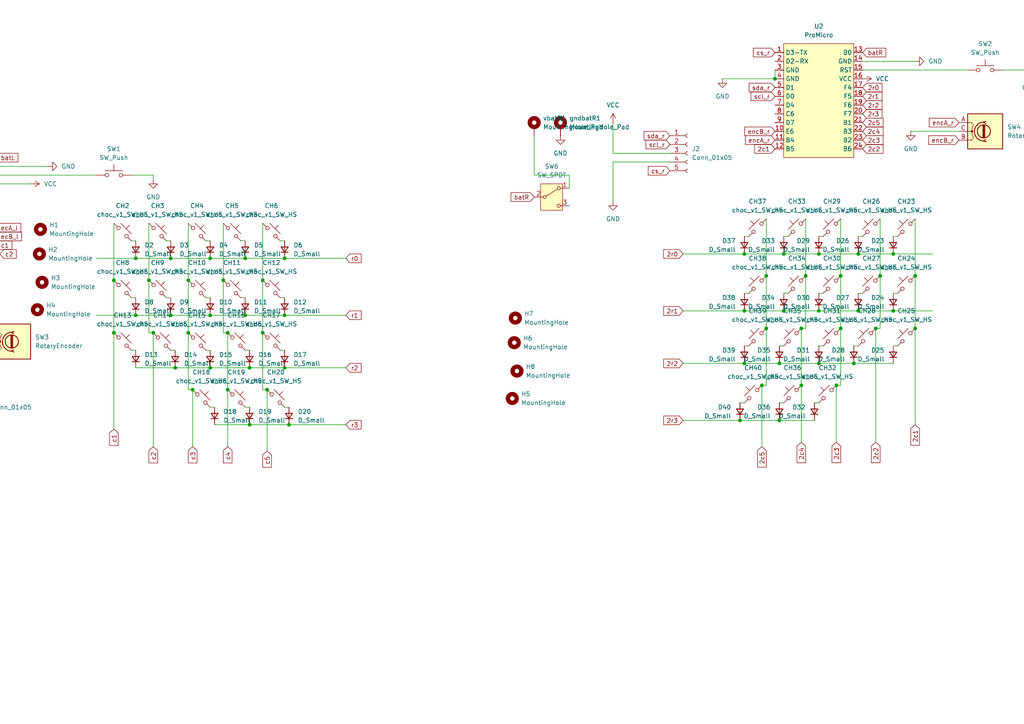
<source format=kicad_sch>
(kicad_sch (version 20231120) (generator "eeschema") (generator_version "8.0")
  (paper "A4")
  (junction (at 60.96 74.93))
  (junction (at 72.39 106.68))
  (junction (at 265.43 95.25))
  (junction (at 248.92 90.17))
  (junction (at 232.41 111.76))
  (junction (at 215.9 73.66))
  (junction (at 49.53 74.93))
  (junction (at 49.53 91.44))
  (junction (at 33.02 96.52))
  (junction (at 77.47 113.03))
  (junction (at 82.55 74.93))
  (junction (at 237.49 73.66))
  (junction (at 237.49 90.17))
  (junction (at -26.67 53.34))
  (junction (at 259.08 90.17))
  (junction (at 43.18 81.28))
  (junction (at 50.8 106.68))
  (junction (at 243.84 95.25))
  (junction (at 237.49 105.41))
  (junction (at 227.33 73.66))
  (junction (at 66.04 96.52))
  (junction (at 82.55 106.68))
  (junction (at 254 95.25))
  (junction (at 76.2 96.52))
  (junction (at 54.61 96.52))
  (junction (at 54.61 81.28))
  (junction (at 248.92 73.66))
  (junction (at 82.55 91.44))
  (junction (at 222.25 80.01))
  (junction (at 224.79 22.86))
  (junction (at 247.65 105.41))
  (junction (at 60.96 106.68))
  (junction (at 83.82 123.19))
  (junction (at 227.33 90.17))
  (junction (at 226.06 121.92))
  (junction (at 66.04 113.03))
  (junction (at 259.08 73.66))
  (junction (at 232.41 95.25))
  (junction (at 71.12 74.93))
  (junction (at 44.45 96.52))
  (junction (at 243.84 80.01))
  (junction (at 214.63 121.92))
  (junction (at 215.9 90.17))
  (junction (at 39.37 91.44))
  (junction (at 60.96 91.44))
  (junction (at 233.68 80.01))
  (junction (at 39.37 74.93))
  (junction (at 33.02 81.28))
  (junction (at 72.39 123.19))
  (junction (at 55.88 113.03))
  (junction (at 255.27 80.01))
  (junction (at 242.57 111.76))
  (junction (at 76.2 81.28))
  (junction (at 215.9 105.41))
  (junction (at 226.06 105.41))
  (junction (at 220.98 111.76))
  (junction (at 265.43 80.01))
  (junction (at 64.77 81.28))
  (junction (at 71.12 91.44))
  (junction (at 222.25 95.25))
  (wire (pts (xy 81.28 69.85) (xy 82.55 69.85)))
  (wire (pts (xy 250.19 68.58) (xy 248.92 68.58)))
  (wire (pts (xy 165.1 50.8) (xy 165.1 54.61)))
  (wire (pts (xy 260.35 68.58) (xy 259.08 68.58)))
  (wire (pts (xy 76.2 64.77) (xy 76.2 81.28)))
  (wire (pts (xy 43.18 81.28) (xy 43.18 96.52)))
  (wire (pts (xy 237.49 105.41) (xy 226.06 105.41)))
  (wire (pts (xy 44.45 96.52) (xy 44.45 129.54)))
  (wire (pts (xy 77.47 113.03) (xy 77.47 130.81)))
  (wire (pts (xy 66.04 96.52) (xy 66.04 113.03)))
  (wire (pts (xy 242.57 111.76) (xy 242.57 128.27)))
  (wire (pts (xy 233.68 63.5) (xy 233.68 80.01)))
  (wire (pts (xy 264.16 38.1) (xy 278.13 38.1)))
  (wire (pts (xy 82.55 91.44) (xy 100.33 91.44)))
  (wire (pts (xy 238.76 100.33) (xy 237.49 100.33)))
  (wire (pts (xy 81.28 86.36) (xy 82.55 86.36)))
  (wire (pts (xy 39.37 74.93) (xy 49.53 74.93)))
  (wire (pts (xy 38.1 86.36) (xy 39.37 86.36)))
  (wire (pts (xy 226.06 105.41) (xy 215.9 105.41)))
  (wire (pts (xy 265.43 63.5) (xy 265.43 80.01)))
  (wire (pts (xy 232.41 111.76) (xy 232.41 128.27)))
  (wire (pts (xy 217.17 100.33) (xy 215.9 100.33)))
  (wire (pts (xy 48.26 69.85) (xy 49.53 69.85)))
  (wire (pts (xy 43.18 96.52) (xy 44.45 96.52)))
  (wire (pts (xy 227.33 100.33) (xy 226.06 100.33)))
  (wire (pts (xy 215.9 90.17) (xy 198.12 90.17)))
  (wire (pts (xy 270.51 90.17) (xy 259.08 90.17)))
  (wire (pts (xy 259.08 105.41) (xy 247.65 105.41)))
  (wire (pts (xy 224.79 20.32) (xy 224.79 22.86)))
  (wire (pts (xy 222.25 80.01) (xy 222.25 95.25)))
  (wire (pts (xy 62.23 123.19) (xy 72.39 123.19)))
  (wire (pts (xy 33.02 64.77) (xy 33.02 81.28)))
  (wire (pts (xy 250.19 20.32) (xy 280.67 20.32)))
  (wire (pts (xy -29.21 119.38) (xy -29.21 124.46)))
  (wire (pts (xy 60.96 118.11) (xy 62.23 118.11)))
  (wire (pts (xy 243.84 111.76) (xy 242.57 111.76)))
  (wire (pts (xy 237.49 116.84) (xy 236.22 116.84)))
  (wire (pts (xy -8.89 116.84) (xy -29.21 116.84)))
  (wire (pts (xy 72.39 123.19) (xy 83.82 123.19)))
  (wire (pts (xy -8.89 119.38) (xy -29.21 119.38)))
  (wire (pts (xy 237.49 90.17) (xy 227.33 90.17)))
  (wire (pts (xy 232.41 95.25) (xy 232.41 111.76)))
  (wire (pts (xy 76.2 113.03) (xy 77.47 113.03)))
  (wire (pts (xy 33.02 81.28) (xy 33.02 96.52)))
  (wire (pts (xy 64.77 81.28) (xy 64.77 96.52)))
  (wire (pts (xy 76.2 81.28) (xy 76.2 96.52)))
  (wire (pts (xy 69.85 86.36) (xy 71.12 86.36)))
  (wire (pts (xy 81.28 101.6) (xy 82.55 101.6)))
  (wire (pts (xy -29.21 114.3) (xy -29.21 116.84)))
  (wire (pts (xy 254 95.25) (xy 254 128.27)))
  (wire (pts (xy 255.27 63.5) (xy 255.27 80.01)))
  (wire (pts (xy 59.69 86.36) (xy 60.96 86.36)))
  (wire (pts (xy 27.94 74.93) (xy 39.37 74.93)))
  (wire (pts (xy 255.27 95.25) (xy 254 95.25)))
  (wire (pts (xy 222.25 95.25) (xy 222.25 111.76)))
  (wire (pts (xy -36.83 93.98) (xy -44.45 93.98)))
  (wire (pts (xy 48.26 86.36) (xy 49.53 86.36)))
  (wire (pts (xy 250.19 85.09) (xy 248.92 85.09)))
  (wire (pts (xy 177.8 35.56) (xy 177.8 44.45)))
  (wire (pts (xy 54.61 96.52) (xy 54.61 113.03)))
  (wire (pts (xy 222.25 63.5) (xy 222.25 80.01)))
  (wire (pts (xy 265.43 95.25) (xy 265.43 123.19)))
  (wire (pts (xy 209.55 22.86) (xy 224.79 22.86)))
  (wire (pts (xy 215.9 116.84) (xy 214.63 116.84)))
  (wire (pts (xy 248.92 90.17) (xy 237.49 90.17)))
  (wire (pts (xy -1.27 48.26) (xy 13.97 48.26)))
  (wire (pts (xy 237.49 73.66) (xy 227.33 73.66)))
  (wire (pts (xy -26.67 50.8) (xy -26.67 53.34)))
  (wire (pts (xy 222.25 111.76) (xy 220.98 111.76)))
  (wire (pts (xy 38.1 101.6) (xy 39.37 101.6)))
  (wire (pts (xy 154.94 50.8) (xy 165.1 50.8)))
  (wire (pts (xy 248.92 73.66) (xy 237.49 73.66)))
  (wire (pts (xy 290.83 20.32) (xy 298.45 20.32)))
  (wire (pts (xy 43.18 64.77) (xy 43.18 81.28)))
  (wire (pts (xy -44.45 93.98) (xy -44.45 83.82)))
  (wire (pts (xy 54.61 64.77) (xy 54.61 81.28)))
  (wire (pts (xy 248.92 100.33) (xy 247.65 100.33)))
  (wire (pts (xy 228.6 68.58) (xy 227.33 68.58)))
  (wire (pts (xy 33.02 96.52) (xy 33.02 124.46)))
  (wire (pts (xy 82.55 118.11) (xy 83.82 118.11)))
  (wire (pts (xy 71.12 91.44) (xy 82.55 91.44)))
  (wire (pts (xy 50.8 106.68) (xy 60.96 106.68)))
  (wire (pts (xy -1.27 50.8) (xy 27.94 50.8)))
  (wire (pts (xy 49.53 74.93) (xy 60.96 74.93)))
  (wire (pts (xy 255.27 80.01) (xy 255.27 95.25)))
  (wire (pts (xy 243.84 63.5) (xy 243.84 80.01)))
  (wire (pts (xy 259.08 73.66) (xy 248.92 73.66)))
  (wire (pts (xy 38.1 69.85) (xy 39.37 69.85)))
  (wire (pts (xy 260.35 100.33) (xy 259.08 100.33)))
  (wire (pts (xy 76.2 96.52) (xy 76.2 113.03)))
  (wire (pts (xy 71.12 101.6) (xy 72.39 101.6)))
  (wire (pts (xy 265.43 80.01) (xy 265.43 95.25)))
  (wire (pts (xy 64.77 64.77) (xy 64.77 81.28)))
  (wire (pts (xy 66.04 113.03) (xy 66.04 129.54)))
  (wire (pts (xy 60.96 74.93) (xy 71.12 74.93)))
  (wire (pts (xy 71.12 74.93) (xy 82.55 74.93)))
  (wire (pts (xy 54.61 81.28) (xy 54.61 96.52)))
  (wire (pts (xy 220.98 111.76) (xy 220.98 129.54)))
  (wire (pts (xy 83.82 123.19) (xy 100.33 123.19)))
  (wire (pts (xy 227.33 73.66) (xy 215.9 73.66)))
  (wire (pts (xy 82.55 74.93) (xy 100.33 74.93)))
  (wire (pts (xy 194.31 44.45) (xy 177.8 44.45)))
  (wire (pts (xy 59.69 101.6) (xy 60.96 101.6)))
  (wire (pts (xy 38.1 50.8) (xy 44.45 50.8)))
  (wire (pts (xy 243.84 80.01) (xy 243.84 95.25)))
  (wire (pts (xy 39.37 106.68) (xy 50.8 106.68)))
  (wire (pts (xy 236.22 121.92) (xy 226.06 121.92)))
  (wire (pts (xy 247.65 105.41) (xy 237.49 105.41)))
  (wire (pts (xy 55.88 113.03) (xy 55.88 129.54)))
  (wire (pts (xy 233.68 95.25) (xy 232.41 95.25)))
  (wire (pts (xy -36.83 99.06) (xy -36.83 93.98)))
  (wire (pts (xy 243.84 95.25) (xy 243.84 111.76)))
  (wire (pts (xy 227.33 116.84) (xy 226.06 116.84)))
  (wire (pts (xy 233.68 80.01) (xy 233.68 95.25)))
  (wire (pts (xy 64.77 96.52) (xy 66.04 96.52)))
  (wire (pts (xy 69.85 69.85) (xy 71.12 69.85)))
  (wire (pts (xy 214.63 121.92) (xy 198.12 121.92)))
  (wire (pts (xy 44.45 50.8) (xy 44.45 52.07)))
  (wire (pts (xy 238.76 85.09) (xy 237.49 85.09)))
  (wire (pts (xy 82.55 106.68) (xy 100.33 106.68)))
  (wire (pts (xy 270.51 73.66) (xy 259.08 73.66)))
  (wire (pts (xy 215.9 73.66) (xy 198.12 73.66)))
  (wire (pts (xy 217.17 68.58) (xy 215.9 68.58)))
  (wire (pts (xy 226.06 121.92) (xy 214.63 121.92)))
  (wire (pts (xy 228.6 85.09) (xy 227.33 85.09)))
  (wire (pts (xy 27.94 91.44) (xy 39.37 91.44)))
  (wire (pts (xy 217.17 85.09) (xy 215.9 85.09)))
  (wire (pts (xy 49.53 101.6) (xy 50.8 101.6)))
  (wire (pts (xy -48.26 53.34) (xy -26.67 53.34)))
  (wire (pts (xy 72.39 106.68) (xy 82.55 106.68)))
  (wire (pts (xy -3.81 99.06) (xy -22.86 99.06)))
  (wire (pts (xy 59.69 69.85) (xy 60.96 69.85)))
  (wire (pts (xy -1.27 53.34) (xy 8.89 53.34)))
  (wire (pts (xy 154.94 39.37) (xy 154.94 50.8)))
  (wire (pts (xy 39.37 91.44) (xy 49.53 91.44)))
  (wire (pts (xy 49.53 91.44) (xy 60.96 91.44)))
  (wire (pts (xy 215.9 105.41) (xy 198.12 105.41)))
  (wire (pts (xy -22.86 99.06) (xy -22.86 100.33)))
  (wire (pts (xy 60.96 106.68) (xy 72.39 106.68)))
  (wire (pts (xy 71.12 118.11) (xy 72.39 118.11)))
  (wire (pts (xy 260.35 85.09) (xy 259.08 85.09)))
  (wire (pts (xy -1.27 73.66) (xy 0 73.66)))
  (wire (pts (xy 177.8 46.99) (xy 177.8 58.42)))
  (wire (pts (xy 227.33 90.17) (xy 215.9 90.17)))
  (wire (pts (xy 250.19 17.78) (xy 265.43 17.78)))
  (wire (pts (xy 194.31 46.99) (xy 177.8 46.99)))
  (wire (pts (xy 238.76 68.58) (xy 237.49 68.58)))
  (wire (pts (xy 60.96 91.44) (xy 71.12 91.44)))
  (wire (pts (xy 54.61 113.03) (xy 55.88 113.03)))
  (wire (pts (xy 259.08 90.17) (xy 248.92 90.17)))
  (global_label "c5" (shape input) (at -26.67 68.58 180) (property "Intersheetrefs" "${INTERSHEET_REFS}" (effects (hide yes))))
  (global_label "c1" (shape input) (at -1.27 71.12 0) (property "Intersheetrefs" "${INTERSHEET_REFS}" (effects (hide yes))))
  (global_label "2r2" (shape input) (at 198.12 105.41 180) (property "Intersheetrefs" "${INTERSHEET_REFS}" (effects (hide yes))))
  (global_label "2r1" (shape input) (at 198.12 90.17 180) (property "Intersheetrefs" "${INTERSHEET_REFS}" (effects (hide yes))))
  (global_label "encA_r" (shape input) (at 224.79 40.64 180) (property "Intersheetrefs" "${INTERSHEET_REFS}" (effects (hide yes))))
  (global_label "encA_r" (shape input) (at 278.13 35.56 180) (property "Intersheetrefs" "${INTERSHEET_REFS}" (effects (hide yes))))
  (global_label "scl_r" (shape input) (at 194.31 41.91 180) (property "Intersheetrefs" "${INTERSHEET_REFS}" (effects (hide yes))))
  (global_label "2r1" (shape input) (at 250.19 27.94 0) (property "Intersheetrefs" "${INTERSHEET_REFS}" (effects (hide yes))))
  (global_label "2r0" (shape input) (at 250.19 25.4 0) (property "Intersheetrefs" "${INTERSHEET_REFS}" (effects (hide yes))))
  (global_label "2c5" (shape input) (at 250.19 35.56 0) (property "Intersheetrefs" "${INTERSHEET_REFS}" (effects (hide yes))))
  (global_label "cs_r" (shape input) (at 194.31 49.53 180) (property "Intersheetrefs" "${INTERSHEET_REFS}" (effects (hide yes))))
  (global_label "2r2" (shape input) (at 250.19 30.48 0) (property "Intersheetrefs" "${INTERSHEET_REFS}" (effects (hide yes))))
  (global_label "2r0" (shape input) (at 198.12 73.66 180) (property "Intersheetrefs" "${INTERSHEET_REFS}" (effects (hide yes))))
  (global_label "2c4" (shape input) (at 250.19 38.1 0) (property "Intersheetrefs" "${INTERSHEET_REFS}" (effects (hide yes))))
  (global_label "2c5" (shape input) (at 220.98 129.54 270) (property "Intersheetrefs" "${INTERSHEET_REFS}" (effects (hide yes))))
  (global_label "ecB_l" (shape input) (at -1.27 68.58 0) (property "Intersheetrefs" "${INTERSHEET_REFS}" (effects (hide yes))))
  (global_label "2c2" (shape input) (at 250.19 43.18 0) (property "Intersheetrefs" "${INTERSHEET_REFS}" (effects (hide yes))))
  (global_label "r1" (shape input) (at -26.67 60.96 180) (property "Intersheetrefs" "${INTERSHEET_REFS}" (effects (hide yes))))
  (global_label "c5" (shape input) (at 77.47 130.81 270) (property "Intersheetrefs" "${INTERSHEET_REFS}" (effects (hide yes))))
  (global_label "r1" (shape input) (at 100.33 91.44 0) (property "Intersheetrefs" "${INTERSHEET_REFS}" (effects (hide yes))))
  (global_label "scl_l" (shape input) (at -8.89 114.3 180) (property "Intersheetrefs" "${INTERSHEET_REFS}" (effects (hide yes))))
  (global_label "batR" (shape input) (at 250.19 15.24 0) (property "Intersheetrefs" "${INTERSHEET_REFS}" (effects (hide yes))))
  (global_label "c4" (shape input) (at -26.67 71.12 180) (property "Intersheetrefs" "${INTERSHEET_REFS}" (effects (hide yes))))
  (global_label "scl_l" (shape input) (at -26.67 58.42 180) (property "Intersheetrefs" "${INTERSHEET_REFS}" (effects (hide yes))))
  (global_label "2c1" (shape input) (at 265.43 123.19 270) (property "Intersheetrefs" "${INTERSHEET_REFS}" (effects (hide yes))))
  (global_label "c2" (shape input) (at 44.45 129.54 270) (property "Intersheetrefs" "${INTERSHEET_REFS}" (effects (hide yes))))
  (global_label "c1" (shape input) (at 33.02 124.46 270) (property "Intersheetrefs" "${INTERSHEET_REFS}" (effects (hide yes))))
  (global_label "2c4" (shape input) (at 232.41 128.27 270) (property "Intersheetrefs" "${INTERSHEET_REFS}" (effects (hide yes))))
  (global_label "c3" (shape input) (at 55.88 129.54 270) (property "Intersheetrefs" "${INTERSHEET_REFS}" (effects (hide yes))))
  (global_label "cs_l" (shape input) (at -26.67 45.72 180) (property "Intersheetrefs" "${INTERSHEET_REFS}" (effects (hide yes))))
  (global_label "2c3" (shape input) (at 242.57 128.27 270) (property "Intersheetrefs" "${INTERSHEET_REFS}" (effects (hide yes))))
  (global_label "c4" (shape input) (at 66.04 129.54 270) (property "Intersheetrefs" "${INTERSHEET_REFS}" (effects (hide yes))))
  (global_label "c3" (shape input) (at -26.67 73.66 180) (property "Intersheetrefs" "${INTERSHEET_REFS}" (effects (hide yes))))
  (global_label "c2" (shape input) (at 0 73.66 0) (property "Intersheetrefs" "${INTERSHEET_REFS}" (effects (hide yes))))
  (global_label "scl_r" (shape input) (at 224.79 27.94 180) (property "Intersheetrefs" "${INTERSHEET_REFS}" (effects (hide yes))))
  (global_label "r0" (shape input) (at -26.67 48.26 180) (property "Intersheetrefs" "${INTERSHEET_REFS}" (effects (hide yes))))
  (global_label "batR" (shape input) (at 154.94 57.15 180) (property "Intersheetrefs" "${INTERSHEET_REFS}" (effects (hide yes))))
  (global_label "r0" (shape input) (at 100.33 74.93 0) (property "Intersheetrefs" "${INTERSHEET_REFS}" (effects (hide yes))))
  (global_label "2c2" (shape input) (at 254 128.27 270) (property "Intersheetrefs" "${INTERSHEET_REFS}" (effects (hide yes))))
  (global_label "2r3" (shape input) (at 250.19 33.02 0) (property "Intersheetrefs" "${INTERSHEET_REFS}" (effects (hide yes))))
  (global_label "encB_r" (shape input) (at 224.79 38.1 180) (property "Intersheetrefs" "${INTERSHEET_REFS}" (effects (hide yes))))
  (global_label "encB_r" (shape input) (at 278.13 40.64 180) (property "Intersheetrefs" "${INTERSHEET_REFS}" (effects (hide yes))))
  (global_label "sda_l" (shape input) (at -8.89 111.76 180) (property "Intersheetrefs" "${INTERSHEET_REFS}" (effects (hide yes))))
  (global_label "batL" (shape input) (at -1.27 45.72 0) (property "Intersheetrefs" "${INTERSHEET_REFS}" (effects (hide yes))))
  (global_label "2c3" (shape input) (at 250.19 40.64 0) (property "Intersheetrefs" "${INTERSHEET_REFS}" (effects (hide yes))))
  (global_label "ecA_l" (shape input) (at -3.81 96.52 180) (property "Intersheetrefs" "${INTERSHEET_REFS}" (effects (hide yes))))
  (global_label "ecB_l" (shape input) (at -3.81 101.6 180) (property "Intersheetrefs" "${INTERSHEET_REFS}" (effects (hide yes))))
  (global_label "2r3" (shape input) (at 198.12 121.92 180) (property "Intersheetrefs" "${INTERSHEET_REFS}" (effects (hide yes))))
  (global_label "sda_r" (shape input) (at 224.79 25.4 180) (property "Intersheetrefs" "${INTERSHEET_REFS}" (effects (hide yes))))
  (global_label "r2" (shape input) (at 100.33 106.68 0) (property "Intersheetrefs" "${INTERSHEET_REFS}" (effects (hide yes))))
  (global_label "sda_r" (shape input) (at 194.31 39.37 180) (property "Intersheetrefs" "${INTERSHEET_REFS}" (effects (hide yes))))
  (global_label "2c1" (shape input) (at 224.79 43.18 180) (property "Intersheetrefs" "${INTERSHEET_REFS}" (effects (hide yes))))
  (global_label "r2" (shape input) (at -26.67 63.5 180) (property "Intersheetrefs" "${INTERSHEET_REFS}" (effects (hide yes))))
  (global_label "r3" (shape input) (at 100.33 123.19 0) (property "Intersheetrefs" "${INTERSHEET_REFS}" (effects (hide yes))))
  (global_label "ecA_l" (shape input) (at -1.27 66.04 0) (property "Intersheetrefs" "${INTERSHEET_REFS}" (effects (hide yes))))
  (global_label "sda_l" (shape input) (at -26.67 55.88 180) (property "Intersheetrefs" "${INTERSHEET_REFS}" (effects (hide yes))))
  (global_label "r3" (shape input) (at -26.67 66.04 180) (property "Intersheetrefs" "${INTERSHEET_REFS}" (effects (hide yes))))
  (global_label "batL" (shape input) (at -46.99 101.6 180) (property "Intersheetrefs" "${INTERSHEET_REFS}" (effects (hide yes))))
  (global_label "cs_l" (shape input) (at -8.89 121.92 180) (property "Intersheetrefs" "${INTERSHEET_REFS}" (effects (hide yes))))
  (global_label "cs_r" (shape input) (at 224.79 15.24 180) (property "Intersheetrefs" "${INTERSHEET_REFS}" (effects (hide yes))))
  (symbol (lib_id "PCM_marbastlib-choc:choc_v1_SW_HS_CPG135001S30") (at 240.03 114.3 0) (mirror y) (unit 1)
    (property "Reference" "CH32" (at 240.03 106.68 0))
    (property "Value" "choc_v1_SW_HS" (at 240.03 109.22 0))
    (property "Footprint" "PCM_marbastlib-choc:SW_choc_v1_HS_CPG135001S30_1u" (effects (hide yes)))
    (property "Description" "Push button switch, normally open, two pins, 45° tilted" (effects (hide yes)))
  )
  (symbol (lib_id "power:GND") (at -22.86 100.33 0) (unit 1)
    (property "Reference" "#PWR012" (effects (hide yes)))
    (property "Value" "GND" (at -22.86 106.68 0))
    (property "Description" "Power symbol creates a global label with name \"GND\" , ground" (effects (hide yes)))
  )
  (symbol (lib_id "Switch:SW_Push") (at 285.75 20.32 0) (unit 1)
    (property "Reference" "SW2" (at 285.75 12.7 0))
    (property "Value" "SW_Push" (at 285.75 15.24 0))
    (property "Footprint" "Button_Switch_SMD:SW_SPST_SKQG_WithoutStem" (effects (hide yes)))
    (property "Description" "Push button switch, generic, two pins" (effects (hide yes)))
  )
  (symbol (lib_id "Mechanical:MountingHole") (at 149.4753 92.2589 0) (unit 1) (exclude_from_sim yes) (in_bom no)
    (property "Reference" "H7" (at 152.0153 90.9888 0) (effects (justify left)))
    (property "Value" "MountingHole" (at 152.0153 93.5288 0) (effects (justify left)))
    (property "Footprint" "MountingHole:MountingHole_2.2mm_M2_DIN965_Pad_TopBottom" (effects (hide yes)))
    (property "Description" "Mounting Hole without connection" (effects (hide yes)))
  )
  (symbol (lib_id "PCM_marbastlib-choc:choc_v1_SW_HS_CPG135001S30") (at 252.73 66.04 0) (mirror y) (unit 1)
    (property "Reference" "CH26" (at 252.73 58.42 0))
    (property "Value" "choc_v1_SW_HS" (at 252.73 60.96 0))
    (property "Footprint" "PCM_marbastlib-choc:SW_choc_v1_HS_CPG135001S30_1u" (effects (hide yes)))
    (property "Description" "Push button switch, normally open, two pins, 45° tilted" (effects (hide yes)))
  )
  (symbol (lib_id "power:GND") (at 209.55 22.86 0) (unit 1)
    (property "Reference" "#PWR08" (effects (hide yes)))
    (property "Value" "GND" (at 209.55 27.94 0))
    (property "Description" "Power symbol creates a global label with name \"GND\" , ground" (effects (hide yes)))
  )
  (symbol (lib_id "Mechanical:MountingHole") (at 149.1712 99.3917 0) (unit 1) (exclude_from_sim yes) (in_bom no)
    (property "Reference" "H6" (at 151.7112 98.1216 0) (effects (justify left)))
    (property "Value" "MountingHole" (at 151.7112 100.6616 0) (effects (justify left)))
    (property "Footprint" "MountingHole:MountingHole_2.2mm_M2_DIN965_Pad_TopBottom" (effects (hide yes)))
    (property "Description" "Mounting Hole without connection" (effects (hide yes)))
  )
  (symbol (lib_id "Device:D_Small") (at 247.65 102.87 270) (mirror x) (unit 1)
    (property "Reference" "D28" (at 245.11 101.5999 90) (effects (justify right)))
    (property "Value" "D_Small" (at 245.11 104.1399 90) (effects (justify right)))
    (property "Footprint" "Diode_SMD:D_SOD-123" (effects (hide yes)))
    (property "Description" "Diode, small symbol" (effects (hide yes)))
    (property "Sim.Device" "D" (effects (hide yes)))
    (property "Sim.Pins" "1=K 2=A" (effects (hide yes)))
  )
  (symbol (lib_id "Device:D_Small") (at 226.06 119.38 270) (mirror x) (unit 1)
    (property "Reference" "D36" (at 223.52 118.1099 90) (effects (justify right)))
    (property "Value" "D_Small" (at 223.52 120.6499 90) (effects (justify right)))
    (property "Footprint" "Diode_SMD:D_SOD-123" (effects (hide yes)))
    (property "Description" "Diode, small symbol" (effects (hide yes)))
    (property "Sim.Device" "D" (effects (hide yes)))
    (property "Sim.Pins" "1=K 2=A" (effects (hide yes)))
  )
  (symbol (lib_id "Mechanical:MountingHole") (at 12.205 81.8945 0) (unit 1) (exclude_from_sim yes) (in_bom no)
    (property "Reference" "H3" (at 14.745 80.6244 0) (effects (justify left)))
    (property "Value" "MountingHole" (at 14.745 83.1644 0) (effects (justify left)))
    (property "Footprint" "MountingHole:MountingHole_2.2mm_M2_DIN965_Pad_TopBottom" (effects (hide yes)))
    (property "Description" "Mounting Hole without connection" (effects (hide yes)))
  )
  (symbol (lib_id "power:GND") (at -29.21 124.46 0) (unit 1)
    (property "Reference" "#PWR07" (effects (hide yes)))
    (property "Value" "GND" (at -29.21 129.54 0))
    (property "Description" "Power symbol creates a global label with name \"GND\" , ground" (effects (hide yes)))
  )
  (symbol (lib_id "Device:D_Small") (at 259.08 87.63 270) (mirror x) (unit 1)
    (property "Reference" "D24" (at 256.54 86.3599 90) (effects (justify right)))
    (property "Value" "D_Small" (at 256.54 88.8999 90) (effects (justify right)))
    (property "Footprint" "Diode_SMD:D_SOD-123" (effects (hide yes)))
    (property "Description" "Diode, small symbol" (effects (hide yes)))
    (property "Sim.Device" "D" (effects (hide yes)))
    (property "Sim.Pins" "1=K 2=A" (effects (hide yes)))
  )
  (symbol (lib_id "Switch:SW_SPDT") (at 160.02 57.15 0) (unit 1)
    (property "Reference" "SW6" (at 160.02 48.26 0))
    (property "Value" "SW_SPDT" (at 160.02 50.8 0))
    (property "Footprint" "PCM_marbastlib-various:SW_MSK12C02-HB" (effects (hide yes)))
    (property "Description" "Switch, single pole double throw" (effects (hide yes)))
  )
  (symbol (lib_id "PCM_marbastlib-choc:choc_v1_SW_HS_CPG135001S30") (at 241.3 82.55 0) (mirror y) (unit 1)
    (property "Reference" "CH30" (at 241.3 74.93 0))
    (property "Value" "choc_v1_SW_HS" (at 241.3 77.47 0))
    (property "Footprint" "PCM_marbastlib-choc:SW_choc_v1_HS_CPG135001S30_1u" (effects (hide yes)))
    (property "Description" "Push button switch, normally open, two pins, 45° tilted" (effects (hide yes)))
  )
  (symbol (lib_id "Device:D_Small") (at 60.96 88.9 90) (unit 1)
    (property "Reference" "D10" (at 63.5 87.6299 90) (effects (justify right)))
    (property "Value" "D_Small" (at 63.5 90.1699 90) (effects (justify right)))
    (property "Footprint" "Diode_SMD:D_SOD-123" (effects (hide yes)))
    (property "Description" "Diode, small symbol" (effects (hide yes)))
    (property "Sim.Device" "D" (effects (hide yes)))
    (property "Sim.Pins" "1=K 2=A" (effects (hide yes)))
  )
  (symbol (lib_id "Mechanical:MountingHole_Pad") (at 162.56 36.83 0) (unit 1) (exclude_from_sim yes) (in_bom no)
    (property "Reference" "gndbatR1" (at 165.1 34.2899 0) (effects (justify left)))
    (property "Value" "MountingHole_Pad" (at 165.1 36.8299 0) (effects (justify left)))
    (property "Footprint" "flower:BatteryPad2" (effects (hide yes)))
    (property "Description" "Mounting Hole with connection" (effects (hide yes)))
  )
  (symbol (lib_id "PCM_marbastlib-choc:choc_v1_SW_HS_CPG135001S30") (at 231.14 82.55 0) (mirror y) (unit 1)
    (property "Reference" "CH34" (at 231.14 74.93 0))
    (property "Value" "choc_v1_SW_HS" (at 231.14 77.47 0))
    (property "Footprint" "PCM_marbastlib-choc:SW_choc_v1_HS_CPG135001S30_1u" (effects (hide yes)))
    (property "Description" "Push button switch, normally open, two pins, 45° tilted" (effects (hide yes)))
  )
  (symbol (lib_id "PCM_marbastlib-choc:choc_v1_SW_HS_CPG135001S30") (at 219.71 82.55 0) (mirror y) (unit 1)
    (property "Reference" "CH38" (at 219.71 74.93 0))
    (property "Value" "choc_v1_SW_HS" (at 219.71 77.47 0))
    (property "Footprint" "PCM_marbastlib-choc:SW_choc_v1_HS_CPG135001S30_1u" (effects (hide yes)))
    (property "Description" "Push button switch, normally open, two pins, 45° tilted" (effects (hide yes)))
  )
  (symbol (lib_id "Device:D_Small") (at 82.55 104.14 90) (unit 1)
    (property "Reference" "D17" (at 85.09 102.8699 90) (effects (justify right)))
    (property "Value" "D_Small" (at 85.09 105.4099 90) (effects (justify right)))
    (property "Footprint" "Diode_SMD:D_SOD-123" (effects (hide yes)))
    (property "Description" "Diode, small symbol" (effects (hide yes)))
    (property "Sim.Device" "D" (effects (hide yes)))
    (property "Sim.Pins" "1=K 2=A" (effects (hide yes)))
  )
  (symbol (lib_id "Device:D_Small") (at 72.39 104.14 90) (unit 1)
    (property "Reference" "D16" (at 74.93 102.8699 90) (effects (justify right)))
    (property "Value" "D_Small" (at 74.93 105.4099 90) (effects (justify right)))
    (property "Footprint" "Diode_SMD:D_SOD-123" (effects (hide yes)))
    (property "Description" "Diode, small symbol" (effects (hide yes)))
    (property "Sim.Device" "D" (effects (hide yes)))
    (property "Sim.Pins" "1=K 2=A" (effects (hide yes)))
  )
  (symbol (lib_id "Device:D_Small") (at 82.55 72.39 90) (unit 1)
    (property "Reference" "D6" (at 85.09 71.1199 90) (effects (justify right)))
    (property "Value" "D_Small" (at 85.09 73.6599 90) (effects (justify right)))
    (property "Footprint" "Diode_SMD:D_SOD-123" (effects (hide yes)))
    (property "Description" "Diode, small symbol" (effects (hide yes)))
    (property "Sim.Device" "D" (effects (hide yes)))
    (property "Sim.Pins" "1=K 2=A" (effects (hide yes)))
  )
  (symbol (lib_id "PCM_marbastlib-choc:choc_v1_SW_HS_CPG135001S30") (at 57.15 83.82 0) (unit 1)
    (property "Reference" "CH10" (at 57.15 76.2 0))
    (property "Value" "choc_v1_SW_HS" (at 57.15 78.74 0))
    (property "Footprint" "PCM_marbastlib-choc:SW_choc_v1_HS_CPG135001S30_1u" (effects (hide yes)))
    (property "Description" "Push button switch, normally open, two pins, 45° tilted" (effects (hide yes)))
  )
  (symbol (lib_id "Device:D_Small") (at 83.82 120.65 90) (unit 1)
    (property "Reference" "D20" (at 86.36 119.3799 90) (effects (justify right)))
    (property "Value" "D_Small" (at 86.36 121.9199 90) (effects (justify right)))
    (property "Footprint" "Diode_SMD:D_SOD-123" (effects (hide yes)))
    (property "Description" "Diode, small symbol" (effects (hide yes)))
    (property "Sim.Device" "D" (effects (hide yes)))
    (property "Sim.Pins" "1=K 2=A" (effects (hide yes)))
  )
  (symbol (lib_id "PCM_marbastlib-choc:choc_v1_SW_HS_CPG135001S30") (at 45.72 67.31 0) (unit 1)
    (property "Reference" "CH3" (at 45.72 59.69 0))
    (property "Value" "choc_v1_SW_HS" (at 45.72 62.23 0))
    (property "Footprint" "PCM_marbastlib-choc:SW_choc_v1_HS_CPG135001S30_1u" (effects (hide yes)))
    (property "Description" "Push button switch, normally open, two pins, 45° tilted" (effects (hide yes)))
  )
  (symbol (lib_id "power:GND") (at 265.43 17.78 90) (unit 1)
    (property "Reference" "#PWR09" (effects (hide yes)))
    (property "Value" "GND" (at 269.24 17.7799 90) (effects (justify right)))
    (property "Description" "Power symbol creates a global label with name \"GND\" , ground" (effects (hide yes)))
  )
  (symbol (lib_id "PCM_marbastlib-choc:choc_v1_SW_HS_CPG135001S30") (at 262.89 97.79 0) (mirror y) (unit 1)
    (property "Reference" "CH25" (at 262.89 90.17 0))
    (property "Value" "choc_v1_SW_HS" (at 262.89 92.71 0))
    (property "Footprint" "PCM_marbastlib-choc:SW_choc_v1_HS_CPG135001S30_1u" (effects (hide yes)))
    (property "Description" "Push button switch, normally open, two pins, 45° tilted" (effects (hide yes)))
  )
  (symbol (lib_id "power:VCC") (at 250.19 22.86 270) (unit 1)
    (property "Reference" "#PWR016" (effects (hide yes)))
    (property "Value" "VCC" (at 254 22.8599 90) (effects (justify left)))
    (property "Description" "Power symbol creates a global label with name \"VCC\"" (effects (hide yes)))
  )
  (symbol (lib_id "PCM_marbastlib-choc:choc_v1_SW_HS_CPG135001S30") (at 218.44 114.3 0) (mirror y) (unit 1)
    (property "Reference" "CH40" (at 218.44 106.68 0))
    (property "Value" "choc_v1_SW_HS" (at 218.44 109.22 0))
    (property "Footprint" "PCM_marbastlib-choc:SW_choc_v1_HS_CPG135001S30_1u" (effects (hide yes)))
    (property "Description" "Push button switch, normally open, two pins, 45° tilted" (effects (hide yes)))
  )
  (symbol (lib_id "Device:RotaryEncoder") (at 3.81 99.06 0) (unit 1)
    (property "Reference" "SW3" (at 10.16 97.7899 0) (effects (justify left)))
    (property "Value" "RotaryEncoder" (at 10.16 100.3299 0) (effects (justify left)))
    (property "Footprint" "Rotary_Encoder:RotaryEncoder_Alps_EC12E_Vertical_H20mm" (effects (hide yes)))
    (property "Description" "Rotary encoder, dual channel, incremental quadrate outputs" (effects (hide yes)))
  )
  (symbol (lib_id "PCM_marbastlib-choc:choc_v1_SW_HS_CPG135001S30") (at 46.99 99.06 0) (unit 1)
    (property "Reference" "CH14" (at 46.99 91.44 0))
    (property "Value" "choc_v1_SW_HS" (at 46.99 93.98 0))
    (property "Footprint" "PCM_marbastlib-choc:SW_choc_v1_HS_CPG135001S30_1u" (effects (hide yes)))
    (property "Description" "Push button switch, normally open, two pins, 45° tilted" (effects (hide yes)))
  )
  (symbol (lib_id "Device:D_Small") (at 237.49 87.63 270) (mirror x) (unit 1)
    (property "Reference" "D30" (at 234.95 86.3599 90) (effects (justify right)))
    (property "Value" "D_Small" (at 234.95 88.8999 90) (effects (justify right)))
    (property "Footprint" "Diode_SMD:D_SOD-123" (effects (hide yes)))
    (property "Description" "Diode, small symbol" (effects (hide yes)))
    (property "Sim.Device" "D" (effects (hide yes)))
    (property "Sim.Pins" "1=K 2=A" (effects (hide yes)))
  )
  (symbol (lib_id "Device:D_Small") (at 49.53 72.39 90) (unit 1)
    (property "Reference" "D3" (at 52.07 71.1199 90) (effects (justify right)))
    (property "Value" "D_Small" (at 52.07 73.6599 90) (effects (justify right)))
    (property "Footprint" "Diode_SMD:D_SOD-123" (effects (hide yes)))
    (property "Description" "Diode, small symbol" (effects (hide yes)))
    (property "Sim.Device" "D" (effects (hide yes)))
    (property "Sim.Pins" "1=K 2=A" (effects (hide yes)))
  )
  (symbol (lib_id "Device:D_Small") (at 248.92 87.63 270) (mirror x) (unit 1)
    (property "Reference" "D27" (at 246.38 86.3599 90) (effects (justify right)))
    (property "Value" "D_Small" (at 246.38 88.8999 90) (effects (justify right)))
    (property "Footprint" "Diode_SMD:D_SOD-123" (effects (hide yes)))
    (property "Description" "Diode, small symbol" (effects (hide yes)))
    (property "Sim.Device" "D" (effects (hide yes)))
    (property "Sim.Pins" "1=K 2=A" (effects (hide yes)))
  )
  (symbol (lib_id "PCM_marbastlib-choc:choc_v1_SW_HS_CPG135001S30") (at 57.15 67.31 0) (unit 1)
    (property "Reference" "CH4" (at 57.15 59.69 0))
    (property "Value" "choc_v1_SW_HS" (at 57.15 62.23 0))
    (property "Footprint" "PCM_marbastlib-choc:SW_choc_v1_HS_CPG135001S30_1u" (effects (hide yes)))
    (property "Description" "Push button switch, normally open, two pins, 45° tilted" (effects (hide yes)))
  )
  (symbol (lib_id "Mechanical:MountingHole") (at 148.59 115.57 0) (unit 1) (exclude_from_sim yes) (in_bom no)
    (property "Reference" "H5" (at 151.13 114.2999 0) (effects (justify left)))
    (property "Value" "MountingHole" (at 151.13 116.8399 0) (effects (justify left)))
    (property "Footprint" "MountingHole:MountingHole_2.2mm_M2_DIN965_Pad_TopBottom" (effects (hide yes)))
    (property "Description" "Mounting Hole without connection" (effects (hide yes)))
  )
  (symbol (lib_id "Connector:Conn_01x05_Socket") (at -3.81 116.84 0) (unit 1)
    (property "Reference" "J1" (at -2.54 115.5699 0) (effects (justify left)))
    (property "Value" "Conn_01x05" (at -2.54 118.1099 0) (effects (justify left)))
    (property "Footprint" "Connector_PinHeader_2.54mm:PinHeader_1x05_P2.54mm_Horizontal" (effects (hide yes)))
    (property "Description" "Generic connector, single row, 01x05, script generated" (effects (hide yes)))
  )
  (symbol (lib_id "PCM_marbastlib-choc:choc_v1_SW_HS_CPG135001S30") (at 68.58 115.57 0) (unit 1)
    (property "Reference" "CH19" (at 68.58 107.95 0))
    (property "Value" "choc_v1_SW_HS" (at 68.58 110.49 0))
    (property "Footprint" "PCM_marbastlib-choc:SW_choc_v1_HS_CPG135001S30_1u" (effects (hide yes)))
    (property "Description" "Push button switch, normally open, two pins, 45° tilted" (effects (hide yes)))
  )
  (symbol (lib_id "Device:D_Small") (at 62.23 120.65 90) (unit 1)
    (property "Reference" "D18" (at 64.77 119.3799 90) (effects (justify right)))
    (property "Value" "D_Small" (at 64.77 121.9199 90) (effects (justify right)))
    (property "Footprint" "Diode_SMD:D_SOD-123" (effects (hide yes)))
    (property "Description" "Diode, small symbol" (effects (hide yes)))
    (property "Sim.Device" "D" (effects (hide yes)))
    (property "Sim.Pins" "1=K 2=A" (effects (hide yes)))
  )
  (symbol (lib_id "Device:D_Small") (at 227.33 71.12 270) (mirror x) (unit 1)
    (property "Reference" "D33" (at 224.79 69.8499 90) (effects (justify right)))
    (property "Value" "D_Small" (at 224.79 72.3899 90) (effects (justify right)))
    (property "Footprint" "Diode_SMD:D_SOD-123" (effects (hide yes)))
    (property "Description" "Diode, small symbol" (effects (hide yes)))
    (property "Sim.Device" "D" (effects (hide yes)))
    (property "Sim.Pins" "1=K 2=A" (effects (hide yes)))
  )
  (symbol (lib_id "PCM_marbastlib-choc:choc_v1_SW_HS_CPG135001S30") (at 67.31 67.31 0) (unit 1)
    (property "Reference" "CH5" (at 67.31 59.69 0))
    (property "Value" "choc_v1_SW_HS" (at 67.31 62.23 0))
    (property "Footprint" "PCM_marbastlib-choc:SW_choc_v1_HS_CPG135001S30_1u" (effects (hide yes)))
    (property "Description" "Push button switch, normally open, two pins, 45° tilted" (effects (hide yes)))
  )
  (symbol (lib_id "PCM_marbastlib-choc:choc_v1_SW_HS_CPG135001S30") (at 58.42 115.57 0) (unit 1)
    (property "Reference" "CH18" (at 58.42 107.95 0))
    (property "Value" "choc_v1_SW_HS" (at 58.42 110.49 0))
    (property "Footprint" "PCM_marbastlib-choc:SW_choc_v1_HS_CPG135001S30_1u" (effects (hide yes)))
    (property "Description" "Push button switch, normally open, two pins, 45° tilted" (effects (hide yes)))
  )
  (symbol (lib_id "PCM_marbastlib-choc:choc_v1_SW_HS_CPG135001S30") (at 78.74 67.31 0) (unit 1)
    (property "Reference" "CH6" (at 78.74 59.69 0))
    (property "Value" "choc_v1_SW_HS" (at 78.74 62.23 0))
    (property "Footprint" "PCM_marbastlib-choc:SW_choc_v1_HS_CPG135001S30_1u" (effects (hide yes)))
    (property "Description" "Push button switch, normally open, two pins, 45° tilted" (effects (hide yes)))
  )
  (symbol (lib_id "PCM_marbastlib-choc:choc_v1_SW_HS_CPG135001S30") (at 229.87 97.79 0) (mirror y) (unit 1)
    (property "Reference" "CH35" (at 229.87 90.17 0))
    (property "Value" "choc_v1_SW_HS" (at 229.87 92.71 0))
    (property "Footprint" "PCM_marbastlib-choc:SW_choc_v1_HS_CPG135001S30_1u" (effects (hide yes)))
    (property "Description" "Push button switch, normally open, two pins, 45° tilted" (effects (hide yes)))
  )
  (symbol (lib_id "Device:D_Small") (at 259.08 71.12 270) (mirror x) (unit 1)
    (property "Reference" "D23" (at 256.54 69.8499 90) (effects (justify right)))
    (property "Value" "D_Small" (at 256.54 72.3899 90) (effects (justify right)))
    (property "Footprint" "Diode_SMD:D_SOD-123" (effects (hide yes)))
    (property "Description" "Diode, small symbol" (effects (hide yes)))
    (property "Sim.Device" "D" (effects (hide yes)))
    (property "Sim.Pins" "1=K 2=A" (effects (hide yes)))
  )
  (symbol (lib_id "Switch:SW_SPDT") (at -41.91 101.6 0) (unit 1)
    (property "Reference" "SW5" (at -41.91 92.71 0))
    (property "Value" "SW_SPDT" (at -41.91 95.25 0))
    (property "Footprint" "PCM_marbastlib-various:SW_MSK12C02-HB" (effects (hide yes)))
    (property "Description" "Switch, single pole double throw" (effects (hide yes)))
  )
  (symbol (lib_id "Device:D_Small") (at 227.33 87.63 270) (mirror x) (unit 1)
    (property "Reference" "D34" (at 224.79 86.3599 90) (effects (justify right)))
    (property "Value" "D_Small" (at 224.79 88.8999 90) (effects (justify right)))
    (property "Footprint" "Diode_SMD:D_SOD-123" (effects (hide yes)))
    (property "Description" "Diode, small symbol" (effects (hide yes)))
    (property "Sim.Device" "D" (effects (hide yes)))
    (property "Sim.Pins" "1=K 2=A" (effects (hide yes)))
  )
  (symbol (lib_id "power:GND") (at -48.26 53.34 0) (unit 1)
    (property "Reference" "#PWR03" (effects (hide yes)))
    (property "Value" "GND" (at -48.26 58.42 0))
    (property "Description" "Power symbol creates a global label with name \"GND\" , ground" (effects (hide yes)))
  )
  (symbol (lib_id "PCM_marbastlib-choc:choc_v1_SW_HS_CPG135001S30") (at 219.71 97.79 0) (mirror y) (unit 1)
    (property "Reference" "CH39" (at 219.71 90.17 0))
    (property "Value" "choc_v1_SW_HS" (at 219.71 92.71 0))
    (property "Footprint" "PCM_marbastlib-choc:SW_choc_v1_HS_CPG135001S30_1u" (effects (hide yes)))
    (property "Description" "Push button switch, normally open, two pins, 45° tilted" (effects (hide yes)))
  )
  (symbol (lib_id "PCM_marbastlib-choc:choc_v1_SW_HS_CPG135001S30") (at 57.15 99.06 0) (unit 1)
    (property "Reference" "CH15" (at 57.15 91.44 0))
    (property "Value" "choc_v1_SW_HS" (at 57.15 93.98 0))
    (property "Footprint" "PCM_marbastlib-choc:SW_choc_v1_HS_CPG135001S30_1u" (effects (hide yes)))
    (property "Description" "Push button switch, normally open, two pins, 45° tilted" (effects (hide yes)))
  )
  (symbol (lib_id "power:VCC") (at 8.89 53.34 270) (unit 1)
    (property "Reference" "#PWR05" (effects (hide yes)))
    (property "Value" "VCC" (at 12.7 53.3399 90) (effects (justify left)))
    (property "Description" "Power symbol creates a global label with name \"VCC\"" (effects (hide yes)))
  )
  (symbol (lib_id "Device:D_Small") (at 226.06 102.87 270) (mirror x) (unit 1)
    (property "Reference" "D35" (at 223.52 101.5999 90) (effects (justify right)))
    (property "Value" "D_Small" (at 223.52 104.1399 90) (effects (justify right)))
    (property "Footprint" "Diode_SMD:D_SOD-123" (effects (hide yes)))
    (property "Description" "Diode, small symbol" (effects (hide yes)))
    (property "Sim.Device" "D" (effects (hide yes)))
    (property "Sim.Pins" "1=K 2=A" (effects (hide yes)))
  )
  (symbol (lib_id "Device:D_Small") (at 215.9 87.63 270) (mirror x) (unit 1)
    (property "Reference" "D38" (at 213.36 86.3599 90) (effects (justify right)))
    (property "Value" "D_Small" (at 213.36 88.8999 90) (effects (justify right)))
    (property "Footprint" "Diode_SMD:D_SOD-123" (effects (hide yes)))
    (property "Description" "Diode, small symbol" (effects (hide yes)))
    (property "Sim.Device" "D" (effects (hide yes)))
    (property "Sim.Pins" "1=K 2=A" (effects (hide yes)))
  )
  (symbol (lib_id "Device:D_Small") (at 237.49 102.87 270) (mirror x) (unit 1)
    (property "Reference" "D31" (at 234.95 101.5999 90) (effects (justify right)))
    (property "Value" "D_Small" (at 234.95 104.1399 90) (effects (justify right)))
    (property "Footprint" "Diode_SMD:D_SOD-123" (effects (hide yes)))
    (property "Description" "Diode, small symbol" (effects (hide yes)))
    (property "Sim.Device" "D" (effects (hide yes)))
    (property "Sim.Pins" "1=K 2=A" (effects (hide yes)))
  )
  (symbol (lib_id "Device:D_Small") (at 39.37 88.9 90) (unit 1)
    (property "Reference" "D8" (at 41.91 87.6299 90) (effects (justify right)))
    (property "Value" "D_Small" (at 41.91 90.1699 90) (effects (justify right)))
    (property "Footprint" "Diode_SMD:D_SOD-123" (effects (hide yes)))
    (property "Description" "Diode, small symbol" (effects (hide yes)))
    (property "Sim.Device" "D" (effects (hide yes)))
    (property "Sim.Pins" "1=K 2=A" (effects (hide yes)))
  )
  (symbol (lib_id "power:GND") (at -36.83 83.82 0) (unit 1)
    (property "Reference" "#PWR014" (effects (hide yes)))
    (property "Value" "GND" (at -36.83 88.9 0))
    (property "Description" "Power symbol creates a global label with name \"GND\" , ground" (effects (hide yes)))
  )
  (symbol (lib_id "PCM_marbastlib-choc:choc_v1_SW_HS_CPG135001S30") (at 80.01 115.57 0) (unit 1)
    (property "Reference" "CH20" (at 80.01 107.95 0))
    (property "Value" "choc_v1_SW_HS" (at 80.01 110.49 0))
    (property "Footprint" "PCM_marbastlib-choc:SW_choc_v1_HS_CPG135001S30_1u" (effects (hide yes)))
    (property "Description" "Push button switch, normally open, two pins, 45° tilted" (effects (hide yes)))
  )
  (symbol (lib_id "Mechanical:MountingHole") (at 11.43 73.66 0) (unit 1) (exclude_from_sim yes) (in_bom no)
    (property "Reference" "H2" (at 13.97 72.3899 0) (effects (justify left)))
    (property "Value" "MountingHole" (at 13.97 74.9299 0) (effects (justify left)))
    (property "Footprint" "MountingHole:MountingHole_2.2mm_M2_DIN965_Pad_TopBottom" (effects (hide yes)))
    (property "Description" "Mounting Hole without connection" (effects (hide yes)))
  )
  (symbol (lib_id "Device:RotaryEncoder") (at 285.75 38.1 0) (unit 1)
    (property "Reference" "SW4" (at 292.1 36.8299 0) (effects (justify left)))
    (property "Value" "RotaryEncoder" (at 292.1 39.3699 0) (effects (justify left)))
    (property "Footprint" "Rotary_Encoder:RotaryEncoder_Alps_EC12E_Vertical_H20mm" (effects (hide yes)))
    (property "Description" "Rotary encoder, dual channel, incremental quadrate outputs" (effects (hide yes)))
  )
  (symbol (lib_id "PCM_marbastlib-choc:choc_v1_SW_HS_CPG135001S30") (at 35.56 67.31 0) (unit 1)
    (property "Reference" "CH2" (at 35.56 59.69 0))
    (property "Value" "choc_v1_SW_HS" (at 35.56 62.23 0))
    (property "Footprint" "PCM_marbastlib-choc:SW_choc_v1_HS_CPG135001S30_1u" (effects (hide yes)))
    (property "Description" "Push button switch, normally open, two pins, 45° tilted" (effects (hide yes)))
  )
  (symbol (lib_id "PCM_marbastlib-choc:choc_v1_SW_HS_CPG135001S30") (at 241.3 66.04 0) (mirror y) (unit 1)
    (property "Reference" "CH29" (at 241.3 58.42 0))
    (property "Value" "choc_v1_SW_HS" (at 241.3 60.96 0))
    (property "Footprint" "PCM_marbastlib-choc:SW_choc_v1_HS_CPG135001S30_1u" (effects (hide yes)))
    (property "Description" "Push button switch, normally open, two pins, 45° tilted" (effects (hide yes)))
  )
  (symbol (lib_id "Device:D_Small") (at 71.12 88.9 90) (unit 1)
    (property "Reference" "D11" (at 73.66 87.6299 90) (effects (justify right)))
    (property "Value" "D_Small" (at 73.66 90.1699 90) (effects (justify right)))
    (property "Footprint" "Diode_SMD:D_SOD-123" (effects (hide yes)))
    (property "Description" "Diode, small symbol" (effects (hide yes)))
    (property "Sim.Device" "D" (effects (hide yes)))
    (property "Sim.Pins" "1=K 2=A" (effects (hide yes)))
  )
  (symbol (lib_id "Device:D_Small") (at 259.08 102.87 270) (mirror x) (unit 1)
    (property "Reference" "D25" (at 256.54 101.5999 90) (effects (justify right)))
    (property "Value" "D_Small" (at 256.54 104.1399 90) (effects (justify right)))
    (property "Footprint" "Diode_SMD:D_SOD-123" (effects (hide yes)))
    (property "Description" "Diode, small symbol" (effects (hide yes)))
    (property "Sim.Device" "D" (effects (hide yes)))
    (property "Sim.Pins" "1=K 2=A" (effects (hide yes)))
  )
  (symbol (lib_id "PCM_marbastlib-choc:choc_v1_SW_HS_CPG135001S30") (at 78.74 83.82 0) (unit 1)
    (property "Reference" "CH12" (at 78.74 76.2 0))
    (property "Value" "choc_v1_SW_HS" (at 78.74 78.74 0))
    (property "Footprint" "PCM_marbastlib-choc:SW_choc_v1_HS_CPG135001S30_1u" (effects (hide yes)))
    (property "Description" "Push button switch, normally open, two pins, 45° tilted" (effects (hide yes)))
  )
  (symbol (lib_id "power:GND") (at 264.16 38.1 0) (unit 1)
    (property "Reference" "#PWR013" (effects (hide yes)))
    (property "Value" "GND" (at 264.16 43.18 0))
    (property "Description" "Power symbol creates a global label with name \"GND\" , ground" (effects (hide yes)))
  )
  (symbol (lib_id "Device:D_Small") (at 39.37 104.14 90) (unit 1)
    (property "Reference" "D13" (at 41.91 102.8699 90) (effects (justify right)))
    (property "Value" "D_Small" (at 41.91 105.4099 90) (effects (justify right)))
    (property "Footprint" "Diode_SMD:D_SOD-123" (effects (hide yes)))
    (property "Description" "Diode, small symbol" (effects (hide yes)))
    (property "Sim.Device" "D" (effects (hide yes)))
    (property "Sim.Pins" "1=K 2=A" (effects (hide yes)))
  )
  (symbol (lib_id "Device:D_Small") (at 49.53 88.9 90) (unit 1)
    (property "Reference" "D9" (at 52.07 87.6299 90) (effects (justify right)))
    (property "Value" "D_Small" (at 52.07 90.1699 90) (effects (justify right)))
    (property "Footprint" "Diode_SMD:D_SOD-123" (effects (hide yes)))
    (property "Description" "Diode, small symbol" (effects (hide yes)))
    (property "Sim.Device" "D" (effects (hide yes)))
    (property "Sim.Pins" "1=K 2=A" (effects (hide yes)))
  )
  (symbol (lib_id "PCM_marbastlib-promicroish:Arduino_ProMicro") (at 237.49 29.21 0) (unit 1) (in_bom no)
    (property "Reference" "U2" (at 237.49 7.62 0))
    (property "Value" "ProMicro" (at 237.49 10.16 0))
    (property "Footprint" "PCM_marbastlib-xp-promicroish:ProMicro_USBup" (effects (hide yes)))
    (property "Description" "Symbol for an Arduino Pro Micro" (effects (hide yes)))
  )
  (symbol (lib_id "Device:D_Small") (at 39.37 72.39 90) (unit 1)
    (property "Reference" "D2" (at 41.91 71.1199 90) (effects (justify right)))
    (property "Value" "D_Small" (at 41.91 73.6599 90) (effects (justify right)))
    (property "Footprint" "Diode_SMD:D_SOD-123" (effects (hide yes)))
    (property "Description" "Diode, small symbol" (effects (hide yes)))
    (property "Sim.Device" "D" (effects (hide yes)))
    (property "Sim.Pins" "1=K 2=A" (effects (hide yes)))
  )
  (symbol (lib_id "Connector:Conn_01x05_Socket") (at 199.39 44.45 0) (unit 1)
    (property "Reference" "J2" (at 200.66 43.1799 0) (effects (justify left)))
    (property "Value" "Conn_01x05" (at 200.66 45.7199 0) (effects (justify left)))
    (property "Footprint" "Connector_PinHeader_2.54mm:PinHeader_1x05_P2.54mm_Horizontal" (effects (hide yes)))
    (property "Description" "Generic connector, single row, 01x05, script generated" (effects (hide yes)))
  )
  (symbol (lib_id "Device:D_Small") (at 82.55 88.9 90) (unit 1)
    (property "Reference" "D12" (at 85.09 87.6299 90) (effects (justify right)))
    (property "Value" "D_Small" (at 85.09 90.1699 90) (effects (justify right)))
    (property "Footprint" "Diode_SMD:D_SOD-123" (effects (hide yes)))
    (property "Description" "Diode, small symbol" (effects (hide yes)))
    (property "Sim.Device" "D" (effects (hide yes)))
    (property "Sim.Pins" "1=K 2=A" (effects (hide yes)))
  )
  (symbol (lib_id "Mechanical:MountingHole") (at 11.7341 66.5272 0) (unit 1) (exclude_from_sim yes) (in_bom no)
    (property "Reference" "H1" (at 14.2741 65.2571 0) (effects (justify left)))
    (property "Value" "MountingHole" (at 14.2741 67.7971 0) (effects (justify left)))
    (property "Footprint" "MountingHole:MountingHole_2.2mm_M2_DIN965_Pad_TopBottom" (effects (hide yes)))
    (property "Description" "Mounting Hole without connection" (effects (hide yes)))
  )
  (symbol (lib_id "power:GND") (at 177.8 58.42 0) (unit 1)
    (property "Reference" "#PWR010" (effects (hide yes)))
    (property "Value" "GND" (at 177.8 63.5 0))
    (property "Description" "Power symbol creates a global label with name \"GND\" , ground" (effects (hide yes)))
  )
  (symbol (lib_id "PCM_marbastlib-choc:choc_v1_SW_HS_CPG135001S30") (at 219.71 66.04 0) (mirror y) (unit 1)
    (property "Reference" "CH37" (at 219.71 58.42 0))
    (property "Value" "choc_v1_SW_HS" (at 219.71 60.96 0))
    (property "Footprint" "PCM_marbastlib-choc:SW_choc_v1_HS_CPG135001S30_1u" (effects (hide yes)))
    (property "Description" "Push button switch, normally open, two pins, 45° tilted" (effects (hide yes)))
  )
  (symbol (lib_id "Device:D_Small") (at 50.8 104.14 90) (unit 1)
    (property "Reference" "D14" (at 53.34 102.8699 90) (effects (justify right)))
    (property "Value" "D_Small" (at 53.34 105.4099 90) (effects (justify right)))
    (property "Footprint" "Diode_SMD:D_SOD-123" (effects (hide yes)))
    (property "Description" "Diode, small symbol" (effects (hide yes)))
    (property "Sim.Device" "D" (effects (hide yes)))
    (property "Sim.Pins" "1=K 2=A" (effects (hide yes)))
  )
  (symbol (lib_id "Mechanical:MountingHole_Pad") (at -36.83 81.28 0) (unit 1) (exclude_from_sim yes) (in_bom no)
    (property "Reference" "gndbatL1" (at -34.29 78.7399 0) (effects (justify left)))
    (property "Value" "MountingHole_Pad" (at -34.29 81.2799 0) (effects (justify left)))
    (property "Footprint" "flower:BatteryPad2" (effects (hide yes)))
    (property "Description" "Mounting Hole with connection" (effects (hide yes)))
  )
  (symbol (lib_id "power:GND") (at 298.45 20.32 0) (unit 1)
    (property "Reference" "#PWR02" (effects (hide yes)))
    (property "Value" "GND" (at 298.45 25.4 0))
    (property "Description" "Power symbol creates a global label with name \"GND\" , ground" (effects (hide yes)))
  )
  (symbol (lib_id "Device:D_Small") (at 237.49 71.12 270) (mirror x) (unit 1)
    (property "Reference" "D29" (at 234.95 69.8499 90) (effects (justify right)))
    (property "Value" "D_Small" (at 234.95 72.3899 90) (effects (justify right)))
    (property "Footprint" "Diode_SMD:D_SOD-123" (effects (hide yes)))
    (property "Description" "Diode, small symbol" (effects (hide yes)))
    (property "Sim.Device" "D" (effects (hide yes)))
    (property "Sim.Pins" "1=K 2=A" (effects (hide yes)))
  )
  (symbol (lib_id "Switch:SW_Push") (at 33.02 50.8 0) (unit 1)
    (property "Reference" "SW1" (at 33.02 43.18 0))
    (property "Value" "SW_Push" (at 33.02 45.72 0))
    (property "Footprint" "Button_Switch_SMD:SW_SPST_SKQG_WithoutStem" (effects (hide yes)))
    (property "Description" "Push button switch, generic, two pins" (effects (hide yes)))
  )
  (symbol (lib_id "PCM_marbastlib-choc:choc_v1_SW_HS_CPG135001S30") (at 229.87 114.3 0) (mirror y) (unit 1)
    (property "Reference" "CH36" (at 229.87 106.68 0))
    (property "Value" "choc_v1_SW_HS" (at 229.87 109.22 0))
    (property "Footprint" "PCM_marbastlib-choc:SW_choc_v1_HS_CPG135001S30_1u" (effects (hide yes)))
    (property "Description" "Push button switch, normally open, two pins, 45° tilted" (effects (hide yes)))
  )
  (symbol (lib_id "PCM_marbastlib-choc:choc_v1_SW_HS_CPG135001S30") (at 231.14 66.04 0) (mirror y) (unit 1)
    (property "Reference" "CH33" (at 231.14 58.42 0))
    (property "Value" "choc_v1_SW_HS" (at 231.14 60.96 0))
    (property "Footprint" "PCM_marbastlib-choc:SW_choc_v1_HS_CPG135001S30_1u" (effects (hide yes)))
    (property "Description" "Push button switch, normally open, two pins, 45° tilted" (effects (hide yes)))
  )
  (symbol (lib_id "PCM_marbastlib-promicroish:Arduino_ProMicro") (at -13.97 59.69 0) (unit 1) (in_bom no)
    (property "Reference" "U1" (at -13.97 38.1 0))
    (property "Value" "ProMicro" (at -13.97 40.64 0))
    (property "Footprint" "PCM_marbastlib-xp-promicroish:ProMicro_USBup" (effects (hide yes)))
    (property "Description" "Symbol for an Arduino Pro Micro" (effects (hide yes)))
  )
  (symbol (lib_id "Device:D_Small") (at 248.92 71.12 270) (mirror x) (unit 1)
    (property "Reference" "D26" (at 246.38 69.8499 90) (effects (justify right)))
    (property "Value" "D_Small" (at 246.38 72.3899 90) (effects (justify right)))
    (property "Footprint" "Diode_SMD:D_SOD-123" (effects (hide yes)))
    (property "Description" "Diode, small symbol" (effects (hide yes)))
    (property "Sim.Device" "D" (effects (hide yes)))
    (property "Sim.Pins" "1=K 2=A" (effects (hide yes)))
  )
  (symbol (lib_id "power:GND") (at 162.56 39.37 0) (unit 1)
    (property "Reference" "#PWR015" (effects (hide yes)))
    (property "Value" "GND" (at 162.56 44.45 0))
    (property "Description" "Power symbol creates a global label with name \"GND\" , ground" (effects (hide yes)))
  )
  (symbol (lib_id "PCM_marbastlib-choc:choc_v1_SW_HS_CPG135001S30") (at 68.58 99.06 0) (unit 1)
    (property "Reference" "CH16" (at 68.58 91.44 0))
    (property "Value" "choc_v1_SW_HS" (at 68.58 93.98 0))
    (property "Footprint" "PCM_marbastlib-choc:SW_choc_v1_HS_CPG135001S30_1u" (effects (hide yes)))
    (property "Description" "Push button switch, normally open, two pins, 45° tilted" (effects (hide yes)))
  )
  (symbol (lib_id "Device:D_Small") (at 215.9 71.12 270) (mirror x) (unit 1)
    (property "Reference" "D37" (at 213.36 69.8499 90) (effects (justify right)))
    (property "Value" "D_Small" (at 213.36 72.3899 90) (effects (justify right)))
    (property "Footprint" "Diode_SMD:D_SOD-123" (effects (hide yes)))
    (property "Description" "Diode, small symbol" (effects (hide yes)))
    (property "Sim.Device" "D" (effects (hide yes)))
    (property "Sim.Pins" "1=K 2=A" (effects (hide yes)))
  )
  (symbol (lib_id "PCM_marbastlib-choc:choc_v1_SW_HS_CPG135001S30") (at 35.56 99.06 0) (unit 1)
    (property "Reference" "CH13" (at 35.56 91.44 0))
    (property "Value" "choc_v1_SW_HS" (at 35.56 93.98 0))
    (property "Footprint" "PCM_marbastlib-choc:SW_choc_v1_HS_CPG135001S30_1u" (effects (hide yes)))
    (property "Description" "Push button switch, normally open, two pins, 45° tilted" (effects (hide yes)))
  )
  (symbol (lib_id "Mechanical:MountingHole") (at 10.8488 89.8383 0) (unit 1) (exclude_from_sim yes) (in_bom no)
    (property "Reference" "H4" (at 13.3888 88.5682 0) (effects (justify left)))
    (property "Value" "MountingHole" (at 13.3888 91.1082 0) (effects (justify left)))
    (property "Footprint" "MountingHole:MountingHole_2.2mm_M2_DIN965_Pad_TopBottom" (effects (hide yes)))
    (property "Description" "Mounting Hole without connection" (effects (hide yes)))
  )
  (symbol (lib_id "PCM_marbastlib-choc:choc_v1_SW_HS_CPG135001S30") (at 251.46 97.79 0) (mirror y) (unit 1)
    (property "Reference" "CH28" (at 251.46 90.17 0))
    (property "Value" "choc_v1_SW_HS" (at 251.46 92.71 0))
    (property "Footprint" "PCM_marbastlib-choc:SW_choc_v1_HS_CPG135001S30_1u" (effects (hide yes)))
    (property "Description" "Push button switch, normally open, two pins, 45° tilted" (effects (hide yes)))
  )
  (symbol (lib_id "PCM_marbastlib-choc:choc_v1_SW_HS_CPG135001S30") (at 262.89 82.55 0) (mirror y) (unit 1)
    (property "Reference" "CH24" (at 262.89 74.93 0))
    (property "Value" "choc_v1_SW_HS" (at 262.89 77.47 0))
    (property "Footprint" "PCM_marbastlib-choc:SW_choc_v1_HS_CPG135001S30_1u" (effects (hide yes)))
    (property "Description" "Push button switch, normally open, two pins, 45° tilted" (effects (hide yes)))
  )
  (symbol (lib_id "Device:D_Small") (at 215.9 102.87 270) (mirror x) (unit 1)
    (property "Reference" "D39" (at 213.36 101.5999 90) (effects (justify right)))
    (property "Value" "D_Small" (at 213.36 104.1399 90) (effects (justify right)))
    (property "Footprint" "Diode_SMD:D_SOD-123" (effects (hide yes)))
    (property "Description" "Diode, small symbol" (effects (hide yes)))
    (property "Sim.Device" "D" (effects (hide yes)))
    (property "Sim.Pins" "1=K 2=A" (effects (hide yes)))
  )
  (symbol (lib_id "Device:D_Small") (at 60.96 104.14 90) (unit 1)
    (property "Reference" "D15" (at 63.5 102.8699 90) (effects (justify right)))
    (property "Value" "D_Small" (at 63.5 105.4099 90) (effects (justify right)))
    (property "Footprint" "Diode_SMD:D_SOD-123" (effects (hide yes)))
    (property "Description" "Diode, small symbol" (effects (hide yes)))
    (property "Sim.Device" "D" (effects (hide yes)))
    (property "Sim.Pins" "1=K 2=A" (effects (hide yes)))
  )
  (symbol (lib_id "Mechanical:MountingHole_Pad") (at -44.45 81.28 0) (unit 1) (exclude_from_sim yes) (in_bom no)
    (property "Reference" "vbatL1" (at -41.91 78.7399 0) (effects (justify left)))
    (property "Value" "MountingHole_Pad" (at -41.91 81.2799 0) (effects (justify left)))
    (property "Footprint" "flower:BatteryPad2" (effects (hide yes)))
    (property "Description" "Mounting Hole with connection" (effects (hide yes)))
  )
  (symbol (lib_id "PCM_marbastlib-choc:choc_v1_SW_HS_CPG135001S30") (at 78.74 99.06 0) (unit 1)
    (property "Reference" "CH17" (at 78.74 91.44 0))
    (property "Value" "choc_v1_SW_HS" (at 78.74 93.98 0))
    (property "Footprint" "PCM_marbastlib-choc:SW_choc_v1_HS_CPG135001S30_1u" (effects (hide yes)))
    (property "Description" "Push button switch, normally open, two pins, 45° tilted" (effects (hide yes)))
  )
  (symbol (lib_id "Device:D_Small") (at 214.63 119.38 270) (mirror x) (unit 1)
    (property "Reference" "D40" (at 212.09 118.1099 90) (effects (justify right)))
    (property "Value" "D_Small" (at 212.09 120.6499 90) (effects (justify right)))
    (property "Footprint" "Diode_SMD:D_SOD-123" (effects (hide yes)))
    (property "Description" "Diode, small symbol" (effects (hide yes)))
    (property "Sim.Device" "D" (effects (hide yes)))
    (property "Sim.Pins" "1=K 2=A" (effects (hide yes)))
  )
  (symbol (lib_id "Mechanical:MountingHole_Pad") (at 154.94 36.83 0) (unit 1) (exclude_from_sim yes) (in_bom no)
    (property "Reference" "vbatR1" (at 157.48 34.2899 0) (effects (justify left)))
    (property "Value" "MountingHole_Pad" (at 157.48 36.8299 0) (effects (justify left)))
    (property "Footprint" "flower:BatteryPad2" (effects (hide yes)))
    (property "Description" "Mounting Hole with connection" (effects (hide yes)))
  )
  (symbol (lib_id "PCM_marbastlib-choc:choc_v1_SW_HS_CPG135001S30") (at 35.56 83.82 0) (unit 1)
    (property "Reference" "CH8" (at 35.56 76.2 0))
    (property "Value" "choc_v1_SW_HS" (at 35.56 78.74 0))
    (property "Footprint" "PCM_marbastlib-choc:SW_choc_v1_HS_CPG135001S30_1u" (effects (hide yes)))
    (property "Description" "Push button switch, normally open, two pins, 45° tilted" (effects (hide yes)))
  )
  (symbol (lib_id "Device:D_Small") (at 60.96 72.39 90) (unit 1)
    (property "Reference" "D4" (at 63.5 71.1199 90) (effects (justify right)))
    (property "Value" "D_Small" (at 63.5 73.6599 90) (effects (justify right)))
    (property "Footprint" "Diode_SMD:D_SOD-123" (effects (hide yes)))
    (property "Description" "Diode, small symbol" (effects (hide yes)))
    (property "Sim.Device" "D" (effects (hide yes)))
    (property "Sim.Pins" "1=K 2=A" (effects (hide yes)))
  )
  (symbol (lib_id "PCM_marbastlib-choc:choc_v1_SW_HS_CPG135001S30") (at 252.73 82.55 0) (mirror y) (unit 1)
    (property "Reference" "CH27" (at 252.73 74.93 0))
    (property "Value" "choc_v1_SW_HS" (at 252.73 77.47 0))
    (property "Footprint" "PCM_marbastlib-choc:SW_choc_v1_HS_CPG135001S30_1u" (effects (hide yes)))
    (property "Description" "Push button switch, normally open, two pins, 45° tilted" (effects (hide yes)))
  )
  (symbol (lib_id "power:GND") (at 44.45 52.07 0) (unit 1)
    (property "Reference" "#PWR01" (effects (hide yes)))
    (property "Value" "GND" (at 44.45 57.15 0))
    (property "Description" "Power symbol creates a global label with name \"GND\" , ground" (effects (hide yes)))
  )
  (symbol (lib_id "Device:D_Small") (at 71.12 72.39 90) (unit 1)
    (property "Reference" "D5" (at 73.66 71.1199 90) (effects (justify right)))
    (property "Value" "D_Small" (at 73.66 73.6599 90) (effects (justify right)))
    (property "Footprint" "Diode_SMD:D_SOD-123" (effects (hide yes)))
    (property "Description" "Diode, small symbol" (effects (hide yes)))
    (property "Sim.Device" "D" (effects (hide yes)))
    (property "Sim.Pins" "1=K 2=A" (effects (hide yes)))
  )
  (symbol (lib_id "power:VCC") (at -29.21 114.3 0) (unit 1)
    (property "Reference" "#PWR06" (effects (hide yes)))
    (property "Value" "VCC" (at -29.21 109.22 0))
    (property "Description" "Power symbol creates a global label with name \"VCC\"" (effects (hide yes)))
  )
  (symbol (lib_id "power:VCC") (at 177.8 35.56 0) (unit 1)
    (property "Reference" "#PWR011" (effects (hide yes)))
    (property "Value" "VCC" (at 177.8 30.48 0))
    (property "Description" "Power symbol creates a global label with name \"VCC\"" (effects (hide yes)))
  )
  (symbol (lib_id "PCM_marbastlib-choc:choc_v1_SW_HS_CPG135001S30") (at 241.3 97.79 0) (mirror y) (unit 1)
    (property "Reference" "CH31" (at 241.3 90.17 0))
    (property "Value" "choc_v1_SW_HS" (at 241.3 92.71 0))
    (property "Footprint" "PCM_marbastlib-choc:SW_choc_v1_HS_CPG135001S30_1u" (effects (hide yes)))
    (property "Description" "Push button switch, normally open, two pins, 45° tilted" (effects (hide yes)))
  )
  (symbol (lib_id "PCM_marbastlib-choc:choc_v1_SW_HS_CPG135001S30") (at 262.89 66.04 0) (mirror y) (unit 1)
    (property "Reference" "CH23" (at 262.89 58.42 0))
    (property "Value" "choc_v1_SW_HS" (at 262.89 60.96 0))
    (property "Footprint" "PCM_marbastlib-choc:SW_choc_v1_HS_CPG135001S30_1u" (effects (hide yes)))
    (property "Description" "Push button switch, normally open, two pins, 45° tilted" (effects (hide yes)))
  )
  (symbol (lib_id "Mechanical:MountingHole") (at 149.9462 107.6262 0) (unit 1) (exclude_from_sim yes) (in_bom no)
    (property "Reference" "H8" (at 152.4862 106.3561 0) (effects (justify left)))
    (property "Value" "MountingHole" (at 152.4862 108.8961 0) (effects (justify left)))
    (property "Footprint" "MountingHole:MountingHole_2.2mm_M2_DIN965_Pad_TopBottom" (effects (hide yes)))
    (property "Description" "Mounting Hole without connection" (effects (hide yes)))
  )
  (symbol (lib_id "Device:D_Small") (at 72.39 120.65 90) (unit 1)
    (property "Reference" "D19" (at 74.93 119.3799 90) (effects (justify right)))
    (property "Value" "D_Small" (at 74.93 121.9199 90) (effects (justify right)))
    (property "Footprint" "Diode_SMD:D_SOD-123" (effects (hide yes)))
    (property "Description" "Diode, small symbol" (effects (hide yes)))
    (property "Sim.Device" "D" (effects (hide yes)))
    (property "Sim.Pins" "1=K 2=A" (effects (hide yes)))
  )
  (symbol (lib_id "PCM_marbastlib-choc:choc_v1_SW_HS_CPG135001S30") (at 45.72 83.82 0) (unit 1)
    (property "Reference" "CH9" (at 45.72 76.2 0))
    (property "Value" "choc_v1_SW_HS" (at 45.72 78.74 0))
    (property "Footprint" "PCM_marbastlib-choc:SW_choc_v1_HS_CPG135001S30_1u" (effects (hide yes)))
    (property "Description" "Push button switch, normally open, two pins, 45° tilted" (effects (hide yes)))
  )
  (symbol (lib_id "Device:D_Small") (at 236.22 119.38 270) (mirror x) (unit 1)
    (property "Reference" "D32" (at 233.68 118.1099 90) (effects (justify right)))
    (property "Value" "D_Small" (at 233.68 120.6499 90) (effects (justify right)))
    (property "Footprint" "Diode_SMD:D_SOD-123" (effects (hide yes)))
    (property "Description" "Diode, small symbol" (effects (hide yes)))
    (property "Sim.Device" "D" (effects (hide yes)))
    (property "Sim.Pins" "1=K 2=A" (effects (hide yes)))
  )
  (symbol (lib_id "power:GND") (at 13.97 48.26 90) (unit 1)
    (property "Reference" "#PWR04" (effects (hide yes)))
    (property "Value" "GND" (at 17.78 48.2599 90) (effects (justify right)))
    (property "Description" "Power symbol creates a global label with name \"GND\" , ground" (effects (hide yes)))
  )
  (symbol (lib_id "PCM_marbastlib-choc:choc_v1_SW_HS_CPG135001S30") (at 67.31 83.82 0) (unit 1)
    (property "Reference" "CH11" (at 67.31 76.2 0))
    (property "Value" "choc_v1_SW_HS" (at 67.31 78.74 0))
    (property "Footprint" "PCM_marbastlib-choc:SW_choc_v1_HS_CPG135001S30_1u" (effects (hide yes)))
    (property "Description" "Push button switch, normally open, two pins, 45° tilted" (effects (hide yes)))
  )
)
</source>
